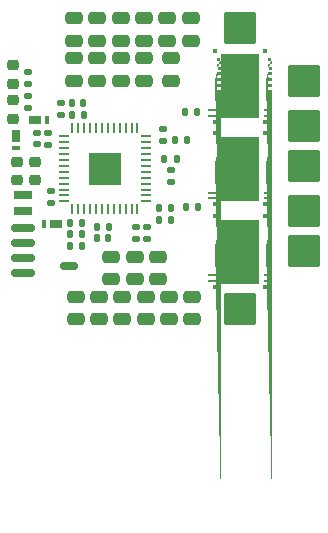
<source format=gts>
G04 #@! TF.GenerationSoftware,KiCad,Pcbnew,7.0.7*
G04 #@! TF.CreationDate,2024-08-09T21:04:11-05:00*
G04 #@! TF.ProjectId,O32controller,4f333263-6f6e-4747-926f-6c6c65722e6b,3.1*
G04 #@! TF.SameCoordinates,Original*
G04 #@! TF.FileFunction,Soldermask,Top*
G04 #@! TF.FilePolarity,Negative*
%FSLAX46Y46*%
G04 Gerber Fmt 4.6, Leading zero omitted, Abs format (unit mm)*
G04 Created by KiCad (PCBNEW 7.0.7) date 2024-08-09 21:04:11*
%MOMM*%
%LPD*%
G01*
G04 APERTURE LIST*
G04 Aperture macros list*
%AMRoundRect*
0 Rectangle with rounded corners*
0 $1 Rounding radius*
0 $2 $3 $4 $5 $6 $7 $8 $9 X,Y pos of 4 corners*
0 Add a 4 corners polygon primitive as box body*
4,1,4,$2,$3,$4,$5,$6,$7,$8,$9,$2,$3,0*
0 Add four circle primitives for the rounded corners*
1,1,$1+$1,$2,$3*
1,1,$1+$1,$4,$5*
1,1,$1+$1,$6,$7*
1,1,$1+$1,$8,$9*
0 Add four rect primitives between the rounded corners*
20,1,$1+$1,$2,$3,$4,$5,0*
20,1,$1+$1,$4,$5,$6,$7,0*
20,1,$1+$1,$6,$7,$8,$9,0*
20,1,$1+$1,$8,$9,$2,$3,0*%
%AMFreePoly0*
4,1,78,0.535355,2.120355,0.550000,2.085000,0.550000,1.935000,0.535355,1.899645,0.500000,1.885000,0.150000,1.885000,0.150000,1.635000,0.500000,1.635000,0.535355,1.620355,0.550000,1.585000,0.550000,1.435000,0.535355,1.399645,0.500000,1.385000,0.150000,1.385000,0.150000,1.135000,0.500000,1.135000,0.535355,1.120355,0.550000,1.085000,0.550000,0.935000,0.535355,0.899645,
0.500000,0.885000,0.150000,0.885000,0.150000,0.635000,0.500000,0.635000,0.535355,0.620355,0.550000,0.585000,0.550000,0.435000,0.535355,0.399645,0.500000,0.385000,0.150000,0.385000,0.150000,0.135000,0.500000,0.135000,0.535355,0.120355,0.550000,0.085000,0.550000,-0.065000,0.535355,-0.100355,0.500000,-0.115000,0.150000,-0.115000,0.150000,-0.365000,0.500000,-0.365000,
0.535355,-0.379645,0.550000,-0.415000,0.550000,-0.565000,0.535355,-0.600355,0.500000,-0.615000,0.150000,-0.615000,0.150000,-0.865000,0.500000,-0.865000,0.535355,-0.879645,0.550000,-0.915000,0.550000,-1.065000,0.535355,-1.100355,0.500000,-1.115000,0.150000,-1.115000,0.150000,-1.365000,0.500000,-1.365000,0.535355,-1.379645,0.550000,-1.415000,0.550000,-1.565000,0.535355,-1.600355,
0.500000,-1.615000,0.150000,-1.615000,0.150000,-1.865000,0.500000,-1.865000,0.535355,-1.879645,0.550000,-1.915000,0.550000,-2.065000,0.535355,-2.100355,0.500000,-2.115000,-0.100000,-2.115000,-0.102414,-2.114000,-0.150000,-2.114000,-0.150000,2.114000,-0.137987,2.114000,-0.135355,2.120355,-0.100000,2.135000,0.500000,2.135000,0.535355,2.120355,0.535355,2.120355,$1*%
G04 Aperture macros list end*
%ADD10RoundRect,0.250000X-0.475000X0.250000X-0.475000X-0.250000X0.475000X-0.250000X0.475000X0.250000X0*%
%ADD11RoundRect,0.250000X0.475000X-0.250000X0.475000X0.250000X-0.475000X0.250000X-0.475000X-0.250000X0*%
%ADD12R,0.385000X0.690000*%
%ADD13R,1.035000X0.690000*%
%ADD14RoundRect,0.150000X-0.850000X-0.150000X0.850000X-0.150000X0.850000X0.150000X-0.850000X0.150000X0*%
%ADD15RoundRect,0.269607X-1.105393X-1.105393X1.105393X-1.105393X1.105393X1.105393X-1.105393X1.105393X0*%
%ADD16RoundRect,0.218750X0.256250X-0.218750X0.256250X0.218750X-0.256250X0.218750X-0.256250X-0.218750X0*%
%ADD17RoundRect,0.150000X-0.600000X-0.150000X0.600000X-0.150000X0.600000X0.150000X-0.600000X0.150000X0*%
%ADD18RoundRect,0.140000X0.140000X0.170000X-0.140000X0.170000X-0.140000X-0.170000X0.140000X-0.170000X0*%
%ADD19RoundRect,0.225000X0.250000X-0.225000X0.250000X0.225000X-0.250000X0.225000X-0.250000X-0.225000X0*%
%ADD20RoundRect,0.135000X0.135000X0.185000X-0.135000X0.185000X-0.135000X-0.185000X0.135000X-0.185000X0*%
%ADD21RoundRect,0.062500X-0.375000X-0.062500X0.375000X-0.062500X0.375000X0.062500X-0.375000X0.062500X0*%
%ADD22RoundRect,0.062500X-0.062500X-0.375000X0.062500X-0.375000X0.062500X0.375000X-0.062500X0.375000X0*%
%ADD23R,2.800000X2.800000*%
%ADD24RoundRect,0.135000X0.185000X-0.135000X0.185000X0.135000X-0.185000X0.135000X-0.185000X-0.135000X0*%
%ADD25RoundRect,0.140000X-0.170000X0.140000X-0.170000X-0.140000X0.170000X-0.140000X0.170000X0.140000X0*%
%ADD26RoundRect,0.135000X-0.135000X-0.185000X0.135000X-0.185000X0.135000X0.185000X-0.135000X0.185000X0*%
%ADD27R,0.700001X0.249999*%
%ADD28FreePoly0,0.000000*%
%ADD29FreePoly0,180.000000*%
%ADD30R,0.429999X0.375001*%
%ADD31R,3.300001X5.399999*%
%ADD32R,1.600000X0.650000*%
%ADD33RoundRect,0.135000X-0.185000X0.135000X-0.185000X-0.135000X0.185000X-0.135000X0.185000X0.135000X0*%
%ADD34RoundRect,0.140000X0.170000X-0.140000X0.170000X0.140000X-0.170000X0.140000X-0.170000X-0.140000X0*%
%ADD35RoundRect,0.225000X-0.250000X0.225000X-0.250000X-0.225000X0.250000X-0.225000X0.250000X0.225000X0*%
%ADD36R,0.690000X0.385000*%
%ADD37R,0.690000X1.035000*%
G04 APERTURE END LIST*
D10*
X50425000Y-60850000D03*
X50425000Y-62750000D03*
D11*
X50275000Y-39150000D03*
X50275000Y-37250000D03*
D12*
X40108500Y-45900000D03*
D13*
X39116500Y-45900000D03*
D14*
X38074800Y-55041800D03*
X38074800Y-56311800D03*
X38074800Y-57581800D03*
X38074800Y-58851800D03*
D15*
X61850000Y-53550000D03*
X61850000Y-49750000D03*
X56450000Y-38100000D03*
D16*
X37250000Y-45775000D03*
X37250000Y-44200000D03*
D10*
X44350000Y-40650000D03*
X44350000Y-42550000D03*
D17*
X41935600Y-58216800D03*
D18*
X43180000Y-44450000D03*
X42220000Y-44450000D03*
D19*
X37550000Y-50925000D03*
X37550000Y-49375000D03*
D20*
X51060000Y-49200000D03*
X50040000Y-49200000D03*
D10*
X48450000Y-60850000D03*
X48450000Y-62750000D03*
X44500000Y-60850000D03*
X44500000Y-62750000D03*
D20*
X45310000Y-54900000D03*
X44290000Y-54900000D03*
D21*
X41562500Y-47250000D03*
X41562500Y-47750000D03*
X41562500Y-48250000D03*
X41562500Y-48750000D03*
X41562500Y-49250000D03*
X41562500Y-49750000D03*
X41562500Y-50250000D03*
X41562500Y-50750000D03*
X41562500Y-51250000D03*
X41562500Y-51750000D03*
X41562500Y-52250000D03*
X41562500Y-52750000D03*
D22*
X42250000Y-53437500D03*
X42750000Y-53437500D03*
X43250000Y-53437500D03*
X43750000Y-53437500D03*
X44250000Y-53437500D03*
X44750000Y-53437500D03*
X45250000Y-53437500D03*
X45750000Y-53437500D03*
X46250000Y-53437500D03*
X46750000Y-53437500D03*
X47250000Y-53437500D03*
X47750000Y-53437500D03*
D21*
X48437500Y-52750000D03*
X48437500Y-52250000D03*
X48437500Y-51750000D03*
X48437500Y-51250000D03*
X48437500Y-50750000D03*
X48437500Y-50250000D03*
X48437500Y-49750000D03*
X48437500Y-49250000D03*
X48437500Y-48750000D03*
X48437500Y-48250000D03*
X48437500Y-47750000D03*
X48437500Y-47250000D03*
D22*
X47750000Y-46562500D03*
X47250000Y-46562500D03*
X46750000Y-46562500D03*
X46250000Y-46562500D03*
X45750000Y-46562500D03*
X45250000Y-46562500D03*
X44750000Y-46562500D03*
X44250000Y-46562500D03*
X43750000Y-46562500D03*
X43250000Y-46562500D03*
X42750000Y-46562500D03*
X42250000Y-46562500D03*
D23*
X45000000Y-50000000D03*
D10*
X46325000Y-40650000D03*
X46325000Y-42550000D03*
D18*
X45280000Y-55850000D03*
X44320000Y-55850000D03*
D10*
X42375000Y-40650000D03*
X42375000Y-42550000D03*
D24*
X47600000Y-55920000D03*
X47600000Y-54900000D03*
D25*
X50550000Y-50120000D03*
X50550000Y-51080000D03*
D11*
X44350000Y-39150000D03*
X44350000Y-37250000D03*
D20*
X43060000Y-55550000D03*
X42040000Y-55550000D03*
D26*
X49540000Y-54300000D03*
X50560000Y-54300000D03*
D27*
X58800000Y-52500000D03*
X58800000Y-52000001D03*
D28*
X58600000Y-49511000D03*
D29*
X54300000Y-49490000D03*
D27*
X54100000Y-52000001D03*
X54100000Y-52500000D03*
D30*
X58565000Y-53012999D03*
X58565000Y-46987001D03*
X54335000Y-46987001D03*
X54335000Y-53012999D03*
D31*
X56450000Y-50000000D03*
D24*
X38450000Y-42810000D03*
X38450000Y-41790000D03*
D25*
X49900000Y-46640000D03*
X49900000Y-47600000D03*
D18*
X43030000Y-54600000D03*
X42070000Y-54600000D03*
D32*
X38050000Y-52225000D03*
X38050000Y-53575000D03*
D15*
X61850000Y-46350000D03*
D24*
X38450000Y-44860000D03*
X38450000Y-43840000D03*
D27*
X58800000Y-59500000D03*
X58800000Y-59000001D03*
D28*
X58600000Y-56511000D03*
D29*
X54300000Y-56490000D03*
D27*
X54100000Y-59000001D03*
X54100000Y-59500000D03*
D30*
X58565000Y-60012999D03*
X58565000Y-53987001D03*
X54335000Y-53987001D03*
X54335000Y-60012999D03*
D31*
X56450000Y-57000000D03*
D20*
X43210000Y-45400000D03*
X42190000Y-45400000D03*
D15*
X61850000Y-42550000D03*
D33*
X40200000Y-46960000D03*
X40200000Y-47980000D03*
D34*
X41250000Y-45400000D03*
X41250000Y-44440000D03*
D11*
X49500000Y-59350000D03*
X49500000Y-57450000D03*
D25*
X48600000Y-54940000D03*
X48600000Y-55900000D03*
X40400000Y-51900000D03*
X40400000Y-52860000D03*
D26*
X50930000Y-47550000D03*
X51950000Y-47550000D03*
D11*
X48300000Y-39150000D03*
X48300000Y-37250000D03*
X52250000Y-39150000D03*
X52250000Y-37250000D03*
D10*
X46475000Y-60850000D03*
X46475000Y-62750000D03*
X48300000Y-40650000D03*
X48300000Y-42550000D03*
D16*
X37250000Y-42800000D03*
X37250000Y-41225000D03*
D11*
X46325000Y-39150000D03*
X46325000Y-37250000D03*
X42375000Y-39150000D03*
X42375000Y-37250000D03*
X47525000Y-59350000D03*
X47525000Y-57450000D03*
D26*
X42040000Y-56500000D03*
X43060000Y-56500000D03*
D10*
X50550000Y-40650000D03*
X50550000Y-42550000D03*
D27*
X58800000Y-45500000D03*
X58800000Y-45000001D03*
D28*
X58600000Y-42511000D03*
D29*
X54300000Y-42490000D03*
D27*
X54100000Y-45000001D03*
X54100000Y-45500000D03*
D30*
X58565000Y-46012999D03*
X58565000Y-39987001D03*
X54335000Y-39987001D03*
X54335000Y-46012999D03*
D31*
X56450000Y-43000000D03*
D20*
X52760000Y-45200000D03*
X51740000Y-45200000D03*
D12*
X39825500Y-54700000D03*
D13*
X40817500Y-54700000D03*
D15*
X56450000Y-61900000D03*
D11*
X45550000Y-59350000D03*
X45550000Y-57450000D03*
D10*
X42525000Y-60850000D03*
X42525000Y-62750000D03*
X52400000Y-60850000D03*
X52400000Y-62750000D03*
D35*
X39050000Y-49375000D03*
X39050000Y-50925000D03*
D36*
X37500000Y-48224500D03*
D37*
X37500000Y-47232500D03*
D15*
X61850000Y-56950000D03*
D25*
X39250000Y-46970000D03*
X39250000Y-47930000D03*
D20*
X50560000Y-53350000D03*
X49540000Y-53350000D03*
D26*
X51890000Y-53250000D03*
X52910000Y-53250000D03*
M02*

</source>
